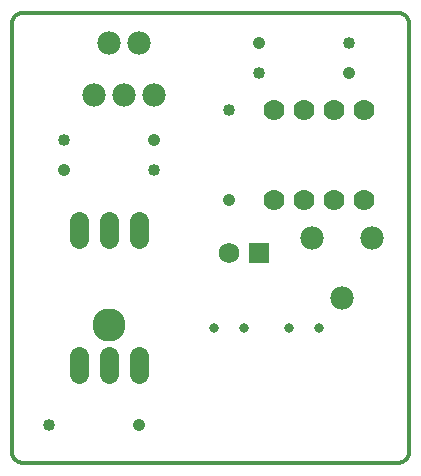
<source format=gts>
G75*
%MOIN*%
%OFA0B0*%
%FSLAX24Y24*%
%IPPOS*%
%LPD*%
%AMOC8*
5,1,8,0,0,1.08239X$1,22.5*
%
%ADD10C,0.0120*%
%ADD11C,0.1105*%
%ADD12C,0.0700*%
%ADD13C,0.0640*%
%ADD14C,0.0780*%
%ADD15C,0.0400*%
%ADD16C,0.0412*%
%ADD17C,0.0316*%
%ADD18R,0.0690X0.0690*%
%ADD19C,0.0690*%
D10*
X000160Y000535D02*
X000160Y014785D01*
X000162Y014822D01*
X000167Y014858D01*
X000176Y014894D01*
X000189Y014929D01*
X000204Y014962D01*
X000223Y014993D01*
X000245Y015023D01*
X000270Y015050D01*
X000297Y015075D01*
X000327Y015097D01*
X000358Y015116D01*
X000391Y015131D01*
X000426Y015144D01*
X000462Y015153D01*
X000498Y015158D01*
X000535Y015160D01*
X013035Y015160D01*
X013072Y015158D01*
X013108Y015153D01*
X013144Y015144D01*
X013179Y015131D01*
X013212Y015116D01*
X013243Y015097D01*
X013273Y015075D01*
X013300Y015050D01*
X013325Y015023D01*
X013347Y014993D01*
X013366Y014962D01*
X013381Y014929D01*
X013394Y014894D01*
X013403Y014858D01*
X013408Y014822D01*
X013410Y014785D01*
X013410Y000535D01*
X013408Y000498D01*
X013403Y000462D01*
X013394Y000426D01*
X013381Y000391D01*
X013366Y000358D01*
X013347Y000327D01*
X013325Y000297D01*
X013300Y000270D01*
X013273Y000245D01*
X013243Y000223D01*
X013212Y000204D01*
X013179Y000189D01*
X013144Y000176D01*
X013108Y000167D01*
X013072Y000162D01*
X013035Y000160D01*
X000535Y000160D01*
X000498Y000162D01*
X000462Y000167D01*
X000426Y000176D01*
X000391Y000189D01*
X000358Y000204D01*
X000327Y000223D01*
X000297Y000245D01*
X000270Y000270D01*
X000245Y000297D01*
X000223Y000327D01*
X000204Y000358D01*
X000189Y000391D01*
X000176Y000426D01*
X000167Y000462D01*
X000162Y000498D01*
X000160Y000535D01*
D11*
X003410Y004760D03*
D12*
X008910Y008910D03*
X009910Y008910D03*
X010910Y008910D03*
X011910Y008910D03*
X011910Y011910D03*
X010910Y011910D03*
X009910Y011910D03*
X008910Y011910D03*
D13*
X004410Y008210D02*
X004410Y007610D01*
X003410Y007610D02*
X003410Y008210D01*
X002410Y008210D02*
X002410Y007610D01*
X002410Y003710D02*
X002410Y003110D01*
X003410Y003110D02*
X003410Y003710D01*
X004410Y003710D02*
X004410Y003110D01*
D14*
X010160Y007660D03*
X011160Y005660D03*
X012160Y007660D03*
X004910Y012410D03*
X003910Y012410D03*
X002910Y012410D03*
X003410Y014160D03*
X004410Y014160D03*
D15*
X001910Y010910D03*
X004910Y009910D03*
X007410Y011910D03*
X008410Y013160D03*
X011410Y014160D03*
X001410Y001410D03*
D16*
X004410Y001410D03*
X007410Y008910D03*
X004910Y010910D03*
X001910Y009910D03*
X008410Y014160D03*
X011410Y013160D03*
D17*
X010410Y004660D03*
X009410Y004660D03*
X007910Y004660D03*
X006910Y004660D03*
D18*
X008410Y007160D03*
D19*
X007410Y007160D03*
M02*

</source>
